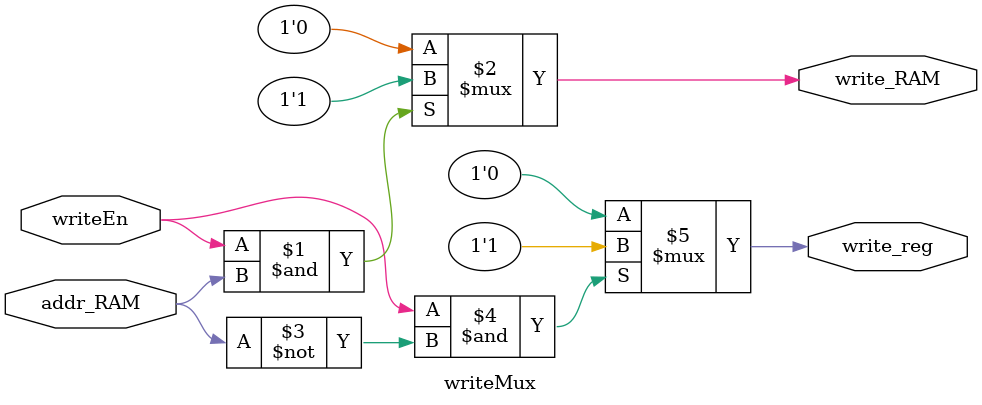
<source format=v>




module memoryMap(addr_RAM,addr_BIOS,addr_CART,
                Fclk, clk, CPU_writeEn, ANTIC_writeEn, GTIA_writeEn, CPU_addr, 

                 VCOUNT_in, PENH_in, PENV_in,
                 POT0_BUS, POT1_BUS, POT2_BUS, POT3_BUS, POT4_BUS, POT5_BUS, POT6_BUS, POT7_BUS, ALLPOT_BUS, KBCODE_BUS, RANDOM_BUS, SERIN_BUS, IRQST_BUS, SKSTAT_BUS,
                 data_CART_out,


                 CPU_data, NMIRES_NMIST_bus, DLISTL_bus, DLISTH_bus, HPOSP0_M0PF_bus, HPOSP1_M1PF_bus,
                 HPOSP2_M2PF_bus, HPOSP3_M3PF_bus, HPOSM0_P0PF_bus, HPOSM1_P1PF_bus, HPOSM2_P2PF_bus,
                 HPOSM3_P3PF_bus, SIZEP0_M0PL_bus, SIZEP1_M1PL_bus, SIZEP2_M2PL_bus, SIZEP3_M3PL_bus,
                 SIZEM_P0PL_bus, GRAFP0_P1PL_bus, GRAFP1_P2PL_bus, GRAFP2_P3PL_bus, GRAFP3_TRIG0_bus,
                 GRAFPM_TRIG1_bus, COLPM0_TRIG2_bus, COLPM1_TRIG3_bus, COLPM2_PAL_bus, CONSPK_CONSOL_bus,
                 DMACTL, CHACTL, HSCROL, VSCROL, PMBASE, CHBASE, WSYNC, NMIEN, COLPM3, COLPF0, COLPF1, COLPF2, 
                 COLPF3, COLBK, PRIOR, VDELAY, GRACTL, HITCLR,

                 AUDF1, AUDC1, AUDF2, AUDC2, AUDF3, AUDC3, AUDF4, AUDC4, AUDCTL, STIMER, SKREST, POTGO, SEROUT, SERIN, IRQEN , SKCTL
                );
  
  output addr_RAM,addr_BIOS,addr_CART;
  // Control signals
  input Fclk;
  input clk;
  input CPU_writeEn;
  input [2:0] ANTIC_writeEn;
  input [4:0] GTIA_writeEn;
  input [15:0] CPU_addr;
  

  input [7:0] POT0_BUS, POT1_BUS, POT2_BUS, POT3_BUS, POT4_BUS, POT5_BUS, POT6_BUS, POT7_BUS, ALLPOT_BUS, KBCODE_BUS, RANDOM_BUS, SERIN_BUS, IRQST_BUS, SKSTAT_BUS;
  input [7:0] data_CART_out;


  // ANTIC inputs
  input [7:0] VCOUNT_in;
  input [7:0] PENH_in;
  input [7:0] PENV_in;
  
  // ANTIC inouts
  inout [7:0] CPU_data;
  inout [7:0] NMIRES_NMIST_bus;
  inout [7:0] DLISTL_bus;
  inout [7:0] DLISTH_bus;
  
  // GTIA inouts
  inout [7:0] HPOSP0_M0PF_bus;
  inout [7:0] HPOSP1_M1PF_bus;
  inout [7:0] HPOSP2_M2PF_bus;
  inout [7:0] HPOSP3_M3PF_bus;
  inout [7:0] HPOSM0_P0PF_bus;
  inout [7:0] HPOSM1_P1PF_bus;
  inout [7:0] HPOSM2_P2PF_bus;
  inout [7:0] HPOSM3_P3PF_bus;
  inout [7:0] SIZEP0_M0PL_bus;
  inout [7:0] SIZEP1_M1PL_bus;
  inout [7:0] SIZEP2_M2PL_bus;
  inout [7:0] SIZEP3_M3PL_bus;
  inout [7:0] SIZEM_P0PL_bus;
  inout [7:0] GRAFP0_P1PL_bus;
  inout [7:0] GRAFP1_P2PL_bus;
  inout [7:0] GRAFP2_P3PL_bus;
  inout [7:0] GRAFP3_TRIG0_bus;
  inout [7:0] GRAFPM_TRIG1_bus;
  inout [7:0] COLPM0_TRIG2_bus;
  inout [7:0] COLPM1_TRIG3_bus;
  inout [7:0] COLPM2_PAL_bus;
  inout [7:0] CONSPK_CONSOL_bus;
  
  // ANTIC outputs
  output [7:0] DMACTL;
  output [7:0] CHACTL;
  output [7:0] HSCROL;
  output [7:0] VSCROL;
  output [7:0] PMBASE;
  output [7:0] CHBASE;
  output [7:0] WSYNC;
  output [7:0] NMIEN;
  
  // GTIA outputs
  output [7:0] COLPM3;
  output [7:0] COLPF0;
  output [7:0] COLPF1;
  output [7:0] COLPF2;
  output [7:0] COLPF3;
  output [7:0] COLBK;
  output [7:0] PRIOR;
  output [7:0] VDELAY;
  output [7:0] GRACTL;
  output [7:0] HITCLR;
  
  //outputs to POKEY
  output [7:0] AUDF1, AUDC1, AUDF2, AUDC2, AUDF3, AUDC3, AUDF4, AUDC4, AUDCTL, STIMER, SKREST, POTGO, SEROUT, SERIN, IRQEN , SKCTL;

  // ANTIC hardware registers
  reg [7:0] DMACTL = 8'h02;       // | $D400 | Write      |                   |
  reg [7:0] CHACTL;       // | $D401 | Write      |                   |
  reg [7:0] DLISTL = 8'h03;       // | $D402 | Write/Read | ANTIC_writeEn 1/2 |
  reg [7:0] DLISTH = 8'hA0;       // | $D403 | Write/Read | ANTIC_writeEn 2   |
  reg [7:0] HSCROL;       // | $D404 | Write      |                   |
  reg [7:0] VSCROL;       // | $D405 | Write      |                   |
  reg [7:0] PMBASE;       // | $D407 | Write      |                   |
  reg [7:0] CHBASE = 8'hf8;       // | $D409 | Write      |                   |
  reg [7:0] WSYNC;        // | $D40A | Write      |                   |
  reg [7:0] VCOUNT;       // | $D40B | Read       | ANTIC_writeEn 3   |
  reg [7:0] PENH;         // | $D40C | Read       | ANTIC_writeEn 4   |
  reg [7:0] PENV;         // | $D40D | Read       | ANTIC_writeEn 5   |
  reg [7:0] NMIEN;        // | $D40E | Write      |                   |
  reg [7:0] NMIRES_NMIST; // | $D40F | Write/Read | ANTIC_writeEn 6   | 
  
  // GTIA hardware registers
  reg [7:0] HPOSP0_M0PF;  // | $D000 | Write/Read | GTIA_writeEn 1  | 
  reg [7:0] HPOSP1_M1PF;  // | $D001 | Write/Read | GTIA_writeEn 2  |
  reg [7:0] HPOSP2_M2PF;  // | $D002 | Write/Read | GTIA_writeEn 3  |
  reg [7:0] HPOSP3_M3PF;  // | $D003 | Write/Read | GTIA_writeEn 4  |
  reg [7:0] HPOSM0_P0PF;  // | $D004 | Write/Read | GTIA_writeEn 5  |
  reg [7:0] HPOSM1_P1PF;  // | $D005 | Write/Read | GTIA_writeEn 6  |
  reg [7:0] HPOSM2_P2PF;  // | $D006 | Write/Read | GTIA_writeEn 7  |
  reg [7:0] HPOSM3_P3PF;  // | $D007 | Write/Read | GTIA_writeEn 8  |
  reg [7:0] SIZEP0_M0PL;  // | $D008 | Write/Read | GTIA_writeEn 9  |
  reg [7:0] SIZEP1_M1PL;  // | $D009 | Write/Read | GTIA_writeEn 10 |
  reg [7:0] SIZEP2_M2PL;  // | $D00A | Write/Read | GTIA_writeEn 11 |
  reg [7:0] SIZEP3_M3PL;  // | $D00B | Write/Read | GTIA_writeEn 12 |
  reg [7:0] SIZEM_P0PL;   // | $D00C | Write/Read | GTIA_writeEn 13 |
  reg [7:0] GRAFP0_P1PL;  // | $D00D | Write/Read | GTIA_writeEn 14 |
  reg [7:0] GRAFP1_P2PL;  // | $D00E | Write/Read | GTIA_writeEn 15 |
  reg [7:0] GRAFP2_P3PL;  // | $D00F | Write/Read | GTIA_writeEn 16 |
  reg [7:0] GRAFP3_TRIG0; // | $D010 | Write/Read | GTIA_writeEn 17 |
  reg [7:0] GRAFPM_TRIG1; // | $D011 | Write/Read | GTIA_writeEn 18 |
  reg [7:0] COLPM0_TRIG2; // | $D012 | Write/Read | GTIA_writeEn 19 |
  reg [7:0] COLPM1_TRIG3; // | $D013 | Write/Read | GTIA_writeEn 20 |
  reg [7:0] COLPM2_PAL;   // | $D014 | Write/Read | GTIA_writeEn 21 |
  reg [7:0] COLPM3;       // | $D015 | Write      |                 |
  reg [7:0] COLPF0 = 8'h5a;       // | $D016 | Write      |                 |   // Pre-initialized for testing, initialize via CPU writes in the future
  reg [7:0] COLPF1 = 8'h38;       // | $D017 | Write      |                 |
  reg [7:0] COLPF2 = 8'h7e;       // | $D018 | Write      |                 |
  reg [7:0] COLPF3 = 8'h00;       // | $D019 | Write      |                 |
  reg [7:0] COLBK = 8'h00;        // | $D01A | Write      |                 |
  reg [7:0] PRIOR = 8'h00;        // | $D01B | Write      |                 |
  reg [7:0] VDELAY;       // | $D01C | Write      |                 |
  reg [7:0] GRACTL;       // | $D01D | Write      |                 |
  reg [7:0] HITCLR;       // | $D01E | Write      |                 |
  reg [7:0] CONSPK_CONSOL;// | $D01F | Write/Read | GTIA_writeEn 22 |  
  
  //POKEY hardware registers

  reg [7:0] AUDF1; 	//Audio Channel 1 Frequency 	Write 	$D200 	53760 			
  //reg [7:0] POT0 ;	//Potentiometer (Paddle) 0 	    Read 	$D200 	53760 	PADDL0 	$0270 	624
  reg [7:0] AUDC1; 	//Audio Channel 1 Control 	    Write 	$D201 	53761 			
  //reg [7:0] POT1 ;	//Potentiometer (Paddle) 1 	    Read 	$D201 	53761 	PADDL1 	$0271 	625
  reg [7:0] AUDF2; 	//Audio Channel 2 Frequency 	Write 	$D202 	53762 			
  //reg [7:0] POT2 ;	//Potentiometer (Paddle) 2 	    Read 	$D202 	53762 	PADDL2 	$0272 	626
  reg [7:0] AUDC2; 	//Audio Channel 2 Control 	    Write 	$D203 	53763 			
  //reg [7:0] POT3 ;	//Potentiometer (Paddle) 3 	    Read 	$D203 	53763 	PADDL3 	$0273 	627
  reg [7:0] AUDF3; 	//Audio Channel 3 Frequency 	Write 	$D204 	53764 			
  //reg [7:0] POT4 ;	//Potentiometer (Paddle) 4 	    Read 	$D204 	53764 	PADDL4 	$0274 	628
  reg [7:0] AUDC3; 	//Audio Channel 3 Control 	    Write 	$D205 	53765 			
 // reg [7:0] POT5 ;	//Potentiometer (Paddle) 5  	Read 	$D205 	53765 	PADDL5 	$0275 	629
  reg [7:0] AUDF4; 	//Audio Channel 4 Frequency 	Write 	$D206 	53766 			
  //reg [7:0] POT6 ;	//Potentiometer (Paddle) 6 	    Read 	$D206 	53766 	PADDL6 	$0276 	630
  reg [7:0] AUDC4; 	//Audio Channel 4 Control 	    Write 	$D207 	53767 			
  //reg [7:0] POT7 ;	//Potentiometer (Paddle) 7 	    Read 	$D207 	53767 	PADDL7 	$0277 	631
  reg [7:0] AUDCTL; 	//Audio Control 	            Write 	$D208 	53768 			
  //reg [7:0] ALLPOT;	//Read 8 Line POT Port State 	Read 	$D208 	53768 			
  reg [7:0] STIMER; 	//Start Timers 	                Write 	$D209 	53769 			
  //reg [7:0] KBCODE; 	//Keyboard Code 	            Read 	$D209 	53769 	CH 	$02FC 	764
  reg [7:0] SKREST; 	//Reset Serial Status (SKSTAT) 	Write 	$D20A 	53770 			
  //reg [7:0] RANDOM; 	//Random Number Generator 	    Read 	$D20A 	53770 			
  reg [7:0] POTGO ;	//Start POT Scan Sequence 	    Write 	$D20B 	53771 			
  reg [7:0] SEROUT;	//Serial Port Data Output 	    Write 	$D20D 	53773 			
  //reg [7:0] SERIN ;	//Serial Port Data Input 	    Read 	$D20D 	53773 			
  reg [7:0] IRQEN ;	//Interrupt Request Enable 	    Write 	$D20E 	53774 	POKMSK 	$10 	16
  //reg [7:0] IRQST ;	//IRQ Status 	                Read 	$D20E 	53774 			
  reg [7:0] SKCTL ;	//Serial Port Control 	        Write 	$D20F 	53775 	SSKCTL 	$0232 	562
  //reg [7:0] SKSTAT; 	//Serial Port Status 	        Read 	$D20F 	53775 			
    
  
  
  
  wire [7:0] data_out, data_in;
  wire [7:0] data_RAM_out, data_BIOS_out,data_CART_out,data_reg_out;
  wire addr_RAM,addr_BIOS,addr_CART;
  wire write_RAM, write_reg;
  
  wire [15:0] CPU_addr_b;
  wire [7:0] data_RAM_out_b,data_BIOS_out_b, data_in_b;
  buf memB0[7:0] (data_RAM_out, data_RAM_out_b);
  buf memB1[15:0] (CPU_addr_b, CPU_addr);
  buf memB2[7:0] (data_in_b, data_in);
  buf memB3[7:0] (data_BIOS_out, data_BIOS_out_b);
  
  // Block RAM
  // Read clock is inverted Fphi0, write clock is phi2
  
  memRAM blockRAM (.clka(clk),
                             .wea(write_RAM),
                             .addra(CPU_addr_b[13:0]),
                             .dina(data_in_b),
                             .douta(data_RAM_out_b));

  //memory256x256 mem(.clock(Fclk), .we(write_RAM), .address(CPU_addr), .dataIn(data_in), .dataOut(data_RAM_out));
  memBios bios(.clka(clk),.addra(CPU_addr_b[10:0]),.douta(data_BIOS_out_b));

    
  triStateData tsd(.DB(CPU_data), .DB_out(data_out), .writeEn(CPU_writeEn), .DB_in(data_in));
  
  addrMuxOut amo(.addr_RAM(addr_RAM), .data_RAM_out(data_RAM_out), 
                 .addr_BIOS(addr_BIOS), .data_BIOS_out(data_BIOS_out), 
                 .addr_CART(addr_CART), .data_CART_out(data_CART_out), 
                .data_reg_out(data_reg_out), .data_out(data_out));
  
  addrCheck ac(.addr(CPU_addr), .addr_RAM(addr_RAM),.addr_BIOS(addr_BIOS),.addr_CART(addr_CART));
  
  writeMux wm(.addr_RAM(addr_RAM), .writeEn(CPU_writeEn), .write_RAM(write_RAM), .write_reg(write_reg));


  always @(posedge Fclk) begin
    // * TODO: De-conflict simultaneous assigns by CPU and ANTIC
  
    if (write_reg) begin
      case (CPU_addr)
    // CPU writes to POKEY registers
        16'hD200: AUDF1 <= data_in;
               
        //16'hD200: POT0 	Potentiometer (Paddle) 0 	Read 	$D200 	53760 	PADDL0 	$0270 	624
        16'hD201: AUDC1 	 <= data_in;
        //16'hD201: POT1 	Potentiometer (Paddle) 1 	Read 	$D201 	53761 	PADDL1 	$0271 	625
        16'hD202: AUDF2 	 <= data_in;
        //16'hD202: POT2 	Potentiometer (Paddle) 2 	Read 	$D202 	53762 	PADDL2 	$0272 	626
        16'hD203: AUDC2 	 <= data_in;
        //16'hD203: POT3 	Potentiometer (Paddle) 3 	Read 	$D203 	53763 	PADDL3 	$0273 	627
        16'hD204: AUDF3 	 <= data_in;
        //16'hD204: POT4 	Potentiometer (Paddle) 4 	Read 	$D204 	53764 	PADDL4 	$0274 	628
        16'hD205: AUDC3 	 <= data_in;
        //16'hD205: POT5 	Potentiometer (Paddle) 5 	Read 	$D205 	53765 	PADDL5 	$0275 	629
        16'hD206: AUDF4 	 <= data_in;
        //16'hD206: POT6 	Potentiometer (Paddle) 6 	Read 	$D206 	53766 	PADDL6 	$0276 	630
        16'hD207: AUDC4 	 <= data_in;
        //16'hD207: POT7 	Potentiometer (Paddle) 7 	Read 	$D207 	53767 	PADDL7 	$0277 	631
        16'hD208: AUDCTL 	 <= data_in;
        //16'hD208: ALLPOT 	Read 8 Line POT Port State 	Read 	$D208 	53768 			
        16'hD209: STIMER 	 <= data_in;
        //16'hD209: KBCODE 	Keyboard Code 	Read 	$D209 	53769 	CH 	$02FC 	764
        16'hD20A: SKREST 	 <= data_in;
        //16'hD20A: RANDOM 	Random Number Generator 	Read 	$D20A 	53770 			
        16'hD20B: POTGO 	 <= data_in;
        16'hD20D: SEROUT 	 <= data_in;
        //16'hD20D: SERIN 	Serial Port Data Input 	Read 	$D20D 	53773 			
        16'hD20E: IRQEN 	 <= data_in;
        //16'hD20E: IRQST 	IRQ Status 	Read 	$D20E 	53774 			
        16'hD20F: SKCTL 	 <= data_in;
        //16'hD20F: SKSTAT 	Serial Port Status 	Read 	$D20F 	53775 			
                  
      
      
    // CPU writes to ANTIC registers
        16'hD400: DMACTL <= data_in;
        16'hD401: CHACTL <= data_in;
        16'hD402: DLISTL <= data_in;
        16'hD403: DLISTH <= data_in;
        16'hD404: HSCROL <= data_in;
        16'hD405: VSCROL <= data_in;
        16'hD407: PMBASE <= data_in;
        16'hD409: CHBASE <= data_in;
        16'hD40A: WSYNC <= data_in;
        16'hD40E: NMIEN <= data_in;
        16'hD40F: NMIRES_NMIST <= data_in;
        16'hD000: HPOSP0_M0PF <= data_in;
        16'hD001: HPOSP1_M1PF <= data_in;
        16'hD002: HPOSP2_M2PF <= data_in;
        16'hD003: HPOSP3_M3PF <= data_in;
        16'hD004: HPOSM0_P0PF <= data_in;
        16'hD005: HPOSM1_P1PF <= data_in;
        16'hD006: HPOSM2_P2PF <= data_in;
        16'hD007: HPOSM3_P3PF <= data_in;
        16'hD008: SIZEP0_M0PL <= data_in;
        16'hD009: SIZEP1_M1PL <= data_in;
        16'hD00A: SIZEP2_M2PL <= data_in;
        16'hD00B: SIZEP3_M3PL <= data_in;
        16'hD00C: SIZEM_P0PL <= data_in;
        16'hD00D: GRAFP0_P1PL <= data_in;
        16'hD00E: GRAFP1_P2PL <= data_in;
        16'hD00F: GRAFP2_P3PL <= data_in;
        16'hD010: GRAFP3_TRIG0 <= data_in;
        16'hD011: GRAFPM_TRIG1 <= data_in;
        16'hD012: COLPM0_TRIG2 <= data_in;
        16'hD013: COLPM1_TRIG3 <= data_in;
        16'hD014: COLPM2_PAL <= data_in;
        16'hD015: COLPM3 <= data_in;
        16'hD016: COLPF0 <= data_in;
        16'hD017: COLPF1 <= data_in;
        16'hD018: COLPF2 <= data_in;
        16'hD019: COLPF3 <= data_in;
        16'hD01A: COLBK <= data_in;
        16'hD01B: PRIOR <= data_in;
        16'hD01C: VDELAY <= data_in;
        16'hD01D: GRACTL <= data_in;
        16'hD01E: HITCLR <= data_in;
        16'hD01F: CONSPK_CONSOL <= data_in;
      endcase
    end
    
    if (ANTIC_writeEn != 3'd0) begin
      case (ANTIC_writeEn)
        3'd1: if (~((write_reg)&(CPU_addr != 16'hD402)))
                DLISTL <= DLISTL_bus;
        3'd2: if (~((write_reg)&&((CPU_addr == 16'hD402)||(CPU_addr == 16'hD403)))) begin
                DLISTL <= DLISTL_bus;
                DLISTH <= DLISTH_bus;
              end
        3'd3: VCOUNT <= VCOUNT_in;
        3'd4: PENH <= PENH_in;
        3'd5: PENV <= PENV_in;
        3'd6: if (~((write_reg)&(CPU_addr != 16'hD40F)))
                NMIRES_NMIST <= NMIRES_NMIST_bus;
      endcase
    end
    
    if (GTIA_writeEn != 3'd0) begin
      case (GTIA_writeEn)
        5'd1:  if (~((write_reg)&(CPU_addr != 16'hD000)))
                 HPOSP0_M0PF <= HPOSP0_M0PF_bus;
        5'd2:  if (~((write_reg)&(CPU_addr != 16'hD001)))
                 HPOSP1_M1PF <= HPOSP1_M1PF_bus;
        5'd3:  if (~((write_reg)&(CPU_addr != 16'hD002)))
                 HPOSP2_M2PF <= HPOSP2_M2PF_bus;
        5'd4:  if (~((write_reg)&(CPU_addr != 16'hD003)))
                 HPOSP3_M3PF <= HPOSP3_M3PF_bus;
        5'd5:  if (~((write_reg)&(CPU_addr != 16'hD004)))
                 HPOSM0_P0PF <= HPOSM0_P0PF_bus;
        5'd6:  if (~((write_reg)&(CPU_addr != 16'hD005)))
                 HPOSM1_P1PF <= HPOSM1_P1PF_bus;
        5'd7:  if (~((write_reg)&(CPU_addr != 16'hD006)))
                 HPOSM2_P2PF <= HPOSM2_P2PF_bus;
        5'd8:  if (~((write_reg)&(CPU_addr != 16'hD007)))
                 HPOSM3_P3PF <= HPOSM3_P3PF_bus;
        5'd9:  if (~((write_reg)&(CPU_addr != 16'hD008)))
                 SIZEP0_M0PL <= SIZEP0_M0PL_bus;
        5'd10: if (~((write_reg)&(CPU_addr != 16'hD009)))
                 SIZEP1_M1PL <= SIZEP1_M1PL_bus;
        5'd11: if (~((write_reg)&(CPU_addr != 16'hD00A)))
                 SIZEP2_M2PL <= SIZEP2_M2PL_bus;
        5'd12: if (~((write_reg)&(CPU_addr != 16'hD00B)))
                 SIZEP3_M3PL <= SIZEP3_M3PL_bus;
        5'd13: if (~((write_reg)&(CPU_addr != 16'hD00C)))
                 SIZEM_P0PL <= SIZEM_P0PL_bus;
        5'd14: if (~((write_reg)&(CPU_addr != 16'hD00D)))
                 GRAFP0_P1PL <= GRAFP0_P1PL_bus;
        5'd15: if (~((write_reg)&(CPU_addr != 16'hD00E)))
                 GRAFP1_P2PL <= GRAFP1_P2PL_bus;
        5'd16: if (~((write_reg)&(CPU_addr != 16'hD00F)))
                 GRAFP2_P3PL <= GRAFP2_P3PL_bus;
        5'd17: if (~((write_reg)&(CPU_addr != 16'hD010)))
                 GRAFP3_TRIG0 <= GRAFP3_TRIG0_bus;
        5'd18: if (~((write_reg)&(CPU_addr != 16'hD011)))
                 GRAFPM_TRIG1 <= GRAFPM_TRIG1_bus;
        5'd19: if (~((write_reg)&(CPU_addr != 16'hD012)))
                 COLPM0_TRIG2 <= COLPM0_TRIG2_bus;
        5'd20: if (~((write_reg)&(CPU_addr != 16'hD013)))
                 COLPM1_TRIG3 <= COLPM1_TRIG3_bus;
        5'd21: if (~((write_reg)&(CPU_addr != 16'hD014)))
                 COLPM2_PAL <= COLPM2_PAL_bus;
        5'd22: if (~((write_reg)&(CPU_addr != 16'hD01F)))
                 CONSPK_CONSOL <= CONSPK_CONSOL_bus;
      endcase
    end
    
  end
  
  // Bus outputs from read/write registers
  assign NMIRES_NMIST_bus = (ANTIC_writeEn == 3'd6) ? 8'hzz : NMIRES_NMIST;
  assign DLISTL_bus = ((ANTIC_writeEn == 3'd1)||(ANTIC_writeEn == 3'd2)) ? 8'hzz : DLISTL;
  assign DLISTH_bus = (ANTIC_writeEn == 3'd2) ? 8'hzz : DLISTH;
  
  // Output from registers to CPU
  //CPU doesnt need to write to these pokey read registers, so just connect straight to bus.
  assign data_reg_out = (CPU_addr == 16'hD200) ? POT0_BUS : 
                        (CPU_addr == 16'hD201) ? POT1_BUS :
                        (CPU_addr == 16'hD202) ? POT2_BUS :
                        (CPU_addr == 16'hD203) ? POT3_BUS :
                        (CPU_addr == 16'hD204) ? POT4_BUS :
                        (CPU_addr == 16'hD205) ? POT5_BUS :
                        (CPU_addr == 16'hD206) ? POT6_BUS :
                        (CPU_addr == 16'hD207) ? POT7_BUS :
                        (CPU_addr == 16'hD208) ? ALLPOT_BUS :
                        (CPU_addr == 16'hD209) ? KBCODE_BUS :
                        (CPU_addr == 16'hD20A) ? RANDOM_BUS :
                        (CPU_addr == 16'hD20D) ? SERIN_BUS :
                        (CPU_addr == 16'hD20E) ? IRQST_BUS :
                        (CPU_addr == 16'hD20F) ? SKSTAT_BUS :
                        
                        
                        
                        (CPU_addr == 16'hD400) ? DMACTL :
                        (CPU_addr == 16'hD401) ? CHACTL :
                        (CPU_addr == 16'hD402) ? DLISTL :
                        (CPU_addr == 16'hD403) ? DLISTH :
                        (CPU_addr == 16'hD404) ? HSCROL :
                        (CPU_addr == 16'hD405) ? VSCROL :
                        (CPU_addr == 16'hD407) ? PMBASE :
                        (CPU_addr == 16'hD409) ? CHBASE :
                        (CPU_addr == 16'hD40A) ? WSYNC :
                        (CPU_addr == 16'hD40B) ? VCOUNT :
                        (CPU_addr == 16'hD40C) ? PENH :
                        (CPU_addr == 16'hD40D) ? PENV :
                        (CPU_addr == 16'hD40E) ? NMIEN :
                        (CPU_addr == 16'hD40F) ? NMIRES_NMIST : 
                        (CPU_addr == 16'hD000) ? HPOSP0_M0PF : 
                        (CPU_addr == 16'hD001) ? HPOSP1_M1PF : 
                        (CPU_addr == 16'hD002) ? HPOSP2_M2PF : 
                        (CPU_addr == 16'hD003) ? HPOSP3_M3PF : 
                        (CPU_addr == 16'hD004) ? HPOSM0_P0PF : 
                        (CPU_addr == 16'hD005) ? HPOSM1_P1PF : 
                        (CPU_addr == 16'hD006) ? HPOSM2_P2PF : 
                        (CPU_addr == 16'hD007) ? HPOSM3_P3PF : 
                        (CPU_addr == 16'hD008) ? SIZEP0_M0PL : 
                        (CPU_addr == 16'hD009) ? SIZEP1_M1PL : 
                        (CPU_addr == 16'hD00A) ? SIZEP2_M2PL : 
                        (CPU_addr == 16'hD00B) ? SIZEP3_M3PL : 
                        (CPU_addr == 16'hD00C) ? SIZEM_P0PL : 
                        (CPU_addr == 16'hD00D) ? GRAFP0_P1PL : 
                        (CPU_addr == 16'hD00E) ? GRAFP1_P2PL : 
                        (CPU_addr == 16'hD00F) ? GRAFP2_P3PL : 
                        (CPU_addr == 16'hD010) ? GRAFP3_TRIG0 : 
                        (CPU_addr == 16'hD011) ? GRAFPM_TRIG1 : 
                        (CPU_addr == 16'hD012) ? COLPM0_TRIG2 : 
                        (CPU_addr == 16'hD013) ? COLPM1_TRIG3 : 
                        (CPU_addr == 16'hD014) ? COLPM2_PAL : 
                        (CPU_addr == 16'hD015) ? COLPM3 : 
                        (CPU_addr == 16'hD016) ? COLPF0 : 
                        (CPU_addr == 16'hD017) ? COLPF1 : 
                        (CPU_addr == 16'hD018) ? COLPF2 : 
                        (CPU_addr == 16'hD019) ? COLPF3 : 
                        (CPU_addr == 16'hD01A) ? COLBK : 
                        (CPU_addr == 16'hD01B) ? PRIOR : 
                        (CPU_addr == 16'hD01C) ? VDELAY : 
                        (CPU_addr == 16'hD01D) ? GRACTL : 
                        (CPU_addr == 16'hD01E) ? HITCLR : 
                        (CPU_addr == 16'hD01F) ? CONSPK_CONSOL : 8'hzz;

endmodule

// Tristate driver which splits databus into in/out wires
module triStateData(DB, DB_out, writeEn, DB_in);

  inout [7:0] DB;
  input [7:0] DB_out;
  input writeEn;
  output [7:0] DB_in;
  
  assign DB = (writeEn) ? 8'hzz : DB_out;
  assign DB_in = (writeEn) ? DB : 8'hzz;
    
endmodule

// Address checking module to map to RAM / registers
module addrCheck(addr, addr_RAM,addr_BIOS,addr_CART);
  
  input [15:0] addr;
  output addr_RAM;
  output addr_BIOS;
  output addr_CART;
  
//  assign addr_RAM = (addr[15:12] == 4'hD) ? 1'b0 : 1'b1;

  assign addr_RAM = ({1'b0,addr} < {1'b0,16'h4000}) ? 1'b1 : 1'b0; //ensure unsigned comparison 
  //rom runs from F800 to FFFF
  assign addr_BIOS = (addr[15:11] == 5'b11111) ? 1'b1 : 1'b0;
  
  //cart runs from 4000 to BFFF
  assign addr_CART = (({1'b0,16'h3FFF} < {1'b0,addr}) & ( {1'b0,addr} < {1'b0,16'hC000})) ? 1'b1 : 1'b0;
  
endmodule

// Mux to select sending output data from RAM / registers
module addrMuxOut(addr_RAM,addr_BIOS,addr_CART,
                  data_RAM_out,data_BIOS_out,data_CART_out,
                  data_reg_out, data_out);

  input addr_RAM,addr_BIOS,addr_CART;
  input [7:0] data_RAM_out,data_BIOS_out,data_CART_out;
  input [7:0] data_reg_out;
  output [7:0] data_out;
  
  assign data_out = addr_RAM ? data_RAM_out : 
                    addr_BIOS ? data_BIOS_out :
                    addr_CART ? data_CART_out :
                    data_reg_out;

endmodule

// Mux to select write enable for RAM / registers
module writeMux(addr_RAM, writeEn, write_RAM, write_reg);

  input addr_RAM;
  input writeEn;
  output write_RAM;
  output write_reg;
  
  assign write_RAM = (writeEn & addr_RAM) ? 1'b1 : 1'b0;
  assign write_reg = (writeEn & ~addr_RAM) ? 1'b1 : 1'b0;

endmodule

</source>
